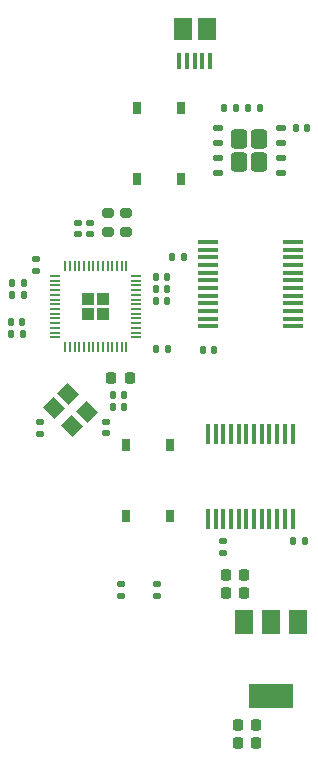
<source format=gbr>
%TF.GenerationSoftware,KiCad,Pcbnew,(6.0.4)*%
%TF.CreationDate,2022-04-15T08:31:30+02:00*%
%TF.ProjectId,rp2040_magslide_controller,72703230-3430-45f6-9d61-67736c696465,rev?*%
%TF.SameCoordinates,Original*%
%TF.FileFunction,Paste,Top*%
%TF.FilePolarity,Positive*%
%FSLAX46Y46*%
G04 Gerber Fmt 4.6, Leading zero omitted, Abs format (unit mm)*
G04 Created by KiCad (PCBNEW (6.0.4)) date 2022-04-15 08:31:30*
%MOMM*%
%LPD*%
G01*
G04 APERTURE LIST*
G04 Aperture macros list*
%AMRoundRect*
0 Rectangle with rounded corners*
0 $1 Rounding radius*
0 $2 $3 $4 $5 $6 $7 $8 $9 X,Y pos of 4 corners*
0 Add a 4 corners polygon primitive as box body*
4,1,4,$2,$3,$4,$5,$6,$7,$8,$9,$2,$3,0*
0 Add four circle primitives for the rounded corners*
1,1,$1+$1,$2,$3*
1,1,$1+$1,$4,$5*
1,1,$1+$1,$6,$7*
1,1,$1+$1,$8,$9*
0 Add four rect primitives between the rounded corners*
20,1,$1+$1,$2,$3,$4,$5,0*
20,1,$1+$1,$4,$5,$6,$7,0*
20,1,$1+$1,$6,$7,$8,$9,0*
20,1,$1+$1,$8,$9,$2,$3,0*%
%AMRotRect*
0 Rectangle, with rotation*
0 The origin of the aperture is its center*
0 $1 length*
0 $2 width*
0 $3 Rotation angle, in degrees counterclockwise*
0 Add horizontal line*
21,1,$1,$2,0,0,$3*%
G04 Aperture macros list end*
%ADD10RoundRect,0.140000X0.140000X0.170000X-0.140000X0.170000X-0.140000X-0.170000X0.140000X-0.170000X0*%
%ADD11RoundRect,0.225000X0.225000X0.250000X-0.225000X0.250000X-0.225000X-0.250000X0.225000X-0.250000X0*%
%ADD12RotRect,1.400000X1.200000X135.000000*%
%ADD13R,1.750000X0.450000*%
%ADD14RoundRect,0.140000X-0.140000X-0.170000X0.140000X-0.170000X0.140000X0.170000X-0.140000X0.170000X0*%
%ADD15RoundRect,0.250000X-0.435000X-0.555000X0.435000X-0.555000X0.435000X0.555000X-0.435000X0.555000X0*%
%ADD16RoundRect,0.125000X-0.262500X-0.125000X0.262500X-0.125000X0.262500X0.125000X-0.262500X0.125000X0*%
%ADD17R,0.450000X1.750000*%
%ADD18R,0.400000X1.350000*%
%ADD19R,1.500000X1.900000*%
%ADD20RoundRect,0.225000X-0.225000X-0.250000X0.225000X-0.250000X0.225000X0.250000X-0.225000X0.250000X0*%
%ADD21RoundRect,0.135000X0.185000X-0.135000X0.185000X0.135000X-0.185000X0.135000X-0.185000X-0.135000X0*%
%ADD22RoundRect,0.140000X0.170000X-0.140000X0.170000X0.140000X-0.170000X0.140000X-0.170000X-0.140000X0*%
%ADD23R,0.750000X1.000000*%
%ADD24RoundRect,0.135000X-0.135000X-0.185000X0.135000X-0.185000X0.135000X0.185000X-0.135000X0.185000X0*%
%ADD25RoundRect,0.200000X0.275000X-0.200000X0.275000X0.200000X-0.275000X0.200000X-0.275000X-0.200000X0*%
%ADD26RoundRect,0.250000X-0.292217X-0.292217X0.292217X-0.292217X0.292217X0.292217X-0.292217X0.292217X0*%
%ADD27RoundRect,0.050000X-0.387500X-0.050000X0.387500X-0.050000X0.387500X0.050000X-0.387500X0.050000X0*%
%ADD28RoundRect,0.050000X-0.050000X-0.387500X0.050000X-0.387500X0.050000X0.387500X-0.050000X0.387500X0*%
%ADD29RoundRect,0.135000X-0.185000X0.135000X-0.185000X-0.135000X0.185000X-0.135000X0.185000X0.135000X0*%
%ADD30RoundRect,0.135000X0.135000X0.185000X-0.135000X0.185000X-0.135000X-0.185000X0.135000X-0.185000X0*%
%ADD31R,1.500000X2.000000*%
%ADD32R,3.800000X2.000000*%
G04 APERTURE END LIST*
D10*
%TO.C,C14*%
X164586800Y-104269600D03*
X163626800Y-104269600D03*
%TD*%
D11*
%TO.C,C6*%
X184417000Y-138430000D03*
X182867000Y-138430000D03*
%TD*%
%TO.C,C2*%
X183401000Y-125730000D03*
X181851000Y-125730000D03*
%TD*%
%TO.C,C3*%
X183401000Y-127254000D03*
X181851000Y-127254000D03*
%TD*%
D12*
%TO.C,Y1*%
X170034858Y-111936777D03*
X168479223Y-110381142D03*
X167277142Y-111583223D03*
X168832777Y-113138858D03*
%TD*%
D13*
%TO.C,U5*%
X187496000Y-104667000D03*
X187496000Y-104017000D03*
X187496000Y-103367000D03*
X187496000Y-102717000D03*
X187496000Y-102067000D03*
X187496000Y-101417000D03*
X187496000Y-100767000D03*
X187496000Y-100117000D03*
X187496000Y-99467000D03*
X187496000Y-98817000D03*
X187496000Y-98167000D03*
X187496000Y-97517000D03*
X180296000Y-97517000D03*
X180296000Y-98167000D03*
X180296000Y-98817000D03*
X180296000Y-99467000D03*
X180296000Y-100117000D03*
X180296000Y-100767000D03*
X180296000Y-101417000D03*
X180296000Y-102067000D03*
X180296000Y-102717000D03*
X180296000Y-103367000D03*
X180296000Y-104017000D03*
X180296000Y-104667000D03*
%TD*%
D14*
%TO.C,C18*%
X179860000Y-106680000D03*
X180820000Y-106680000D03*
%TD*%
D15*
%TO.C,U1*%
X184647000Y-90789000D03*
X182947000Y-88789000D03*
X182947000Y-90789000D03*
X184647000Y-88789000D03*
D16*
X181134500Y-87884000D03*
X181134500Y-89154000D03*
X181134500Y-90424000D03*
X181134500Y-91694000D03*
X186459500Y-91694000D03*
X186459500Y-90424000D03*
X186459500Y-89154000D03*
X186459500Y-87884000D03*
%TD*%
D17*
%TO.C,U4*%
X187471000Y-113748000D03*
X186821000Y-113748000D03*
X186171000Y-113748000D03*
X185521000Y-113748000D03*
X184871000Y-113748000D03*
X184221000Y-113748000D03*
X183571000Y-113748000D03*
X182921000Y-113748000D03*
X182271000Y-113748000D03*
X181621000Y-113748000D03*
X180971000Y-113748000D03*
X180321000Y-113748000D03*
X180321000Y-120948000D03*
X180971000Y-120948000D03*
X181621000Y-120948000D03*
X182271000Y-120948000D03*
X182921000Y-120948000D03*
X183571000Y-120948000D03*
X184221000Y-120948000D03*
X184871000Y-120948000D03*
X185521000Y-120948000D03*
X186171000Y-120948000D03*
X186821000Y-120948000D03*
X187471000Y-120948000D03*
%TD*%
D18*
%TO.C,J1*%
X180497000Y-82183700D03*
X179847000Y-82183700D03*
X179197000Y-82183700D03*
X178547000Y-82183700D03*
X177897000Y-82183700D03*
D19*
X178197000Y-79483700D03*
X180197000Y-79483700D03*
%TD*%
D20*
%TO.C,C9*%
X172125000Y-109000000D03*
X173675000Y-109000000D03*
%TD*%
D21*
%TO.C,R1*%
X176022000Y-127477000D03*
X176022000Y-126457000D03*
%TD*%
D22*
%TO.C,C15*%
X169291000Y-96873000D03*
X169291000Y-95913000D03*
%TD*%
%TO.C,C4*%
X166116000Y-113764000D03*
X166116000Y-112804000D03*
%TD*%
D14*
%TO.C,C13*%
X175923000Y-102489000D03*
X176883000Y-102489000D03*
%TD*%
%TO.C,C20*%
X175923000Y-100457000D03*
X176883000Y-100457000D03*
%TD*%
D23*
%TO.C,SW1*%
X174299400Y-86172100D03*
X174299400Y-92172100D03*
X178049400Y-86172100D03*
X178049400Y-92172100D03*
%TD*%
D24*
%TO.C,R5*%
X163699000Y-101981000D03*
X164719000Y-101981000D03*
%TD*%
D14*
%TO.C,C8*%
X172240000Y-111455200D03*
X173200000Y-111455200D03*
%TD*%
D24*
%TO.C,R2*%
X181695000Y-86156800D03*
X182715000Y-86156800D03*
%TD*%
D10*
%TO.C,C17*%
X164614800Y-105285600D03*
X163654800Y-105285600D03*
%TD*%
D25*
%TO.C,R9*%
X173355000Y-96710000D03*
X173355000Y-95060000D03*
%TD*%
D24*
%TO.C,R4*%
X183727000Y-86145000D03*
X184747000Y-86145000D03*
%TD*%
D14*
%TO.C,C19*%
X187530800Y-122834400D03*
X188490800Y-122834400D03*
%TD*%
D26*
%TO.C,U3*%
X170177500Y-103634500D03*
X170177500Y-102359500D03*
X171452500Y-103634500D03*
X171452500Y-102359500D03*
D27*
X167377500Y-100397000D03*
X167377500Y-100797000D03*
X167377500Y-101197000D03*
X167377500Y-101597000D03*
X167377500Y-101997000D03*
X167377500Y-102397000D03*
X167377500Y-102797000D03*
X167377500Y-103197000D03*
X167377500Y-103597000D03*
X167377500Y-103997000D03*
X167377500Y-104397000D03*
X167377500Y-104797000D03*
X167377500Y-105197000D03*
X167377500Y-105597000D03*
D28*
X168215000Y-106434500D03*
X168615000Y-106434500D03*
X169015000Y-106434500D03*
X169415000Y-106434500D03*
X169815000Y-106434500D03*
X170215000Y-106434500D03*
X170615000Y-106434500D03*
X171015000Y-106434500D03*
X171415000Y-106434500D03*
X171815000Y-106434500D03*
X172215000Y-106434500D03*
X172615000Y-106434500D03*
X173015000Y-106434500D03*
X173415000Y-106434500D03*
D27*
X174252500Y-105597000D03*
X174252500Y-105197000D03*
X174252500Y-104797000D03*
X174252500Y-104397000D03*
X174252500Y-103997000D03*
X174252500Y-103597000D03*
X174252500Y-103197000D03*
X174252500Y-102797000D03*
X174252500Y-102397000D03*
X174252500Y-101997000D03*
X174252500Y-101597000D03*
X174252500Y-101197000D03*
X174252500Y-100797000D03*
X174252500Y-100397000D03*
D28*
X173415000Y-99559500D03*
X173015000Y-99559500D03*
X172615000Y-99559500D03*
X172215000Y-99559500D03*
X171815000Y-99559500D03*
X171415000Y-99559500D03*
X171015000Y-99559500D03*
X170615000Y-99559500D03*
X170215000Y-99559500D03*
X169815000Y-99559500D03*
X169415000Y-99559500D03*
X169015000Y-99559500D03*
X168615000Y-99559500D03*
X168215000Y-99559500D03*
%TD*%
D29*
%TO.C,R10*%
X181610000Y-122832400D03*
X181610000Y-123852400D03*
%TD*%
D24*
%TO.C,R6*%
X163699000Y-100965000D03*
X164719000Y-100965000D03*
%TD*%
D14*
%TO.C,C1*%
X187734000Y-87884000D03*
X188694000Y-87884000D03*
%TD*%
D25*
%TO.C,R8*%
X171831000Y-96710000D03*
X171831000Y-95060000D03*
%TD*%
D11*
%TO.C,C7*%
X184417000Y-139954000D03*
X182867000Y-139954000D03*
%TD*%
D14*
%TO.C,C10*%
X172240000Y-110439200D03*
X173200000Y-110439200D03*
%TD*%
D30*
%TO.C,R11*%
X178259200Y-98806000D03*
X177239200Y-98806000D03*
%TD*%
D31*
%TO.C,U2*%
X187974000Y-129692000D03*
X185674000Y-129692000D03*
D32*
X185674000Y-135992000D03*
D31*
X183374000Y-129692000D03*
%TD*%
D14*
%TO.C,C12*%
X175923000Y-101473000D03*
X176883000Y-101473000D03*
%TD*%
D22*
%TO.C,C11*%
X170307000Y-96873000D03*
X170307000Y-95913000D03*
%TD*%
D23*
%TO.C,SW2*%
X177084200Y-120685500D03*
X177084200Y-114685500D03*
X173334200Y-120685500D03*
X173334200Y-114685500D03*
%TD*%
D22*
%TO.C,C5*%
X171704000Y-113736000D03*
X171704000Y-112776000D03*
%TD*%
D21*
%TO.C,R3*%
X172974000Y-127477000D03*
X172974000Y-126457000D03*
%TD*%
D22*
%TO.C,C16*%
X165735000Y-99949000D03*
X165735000Y-98989000D03*
%TD*%
D30*
%TO.C,R7*%
X176913000Y-106553000D03*
X175893000Y-106553000D03*
%TD*%
M02*

</source>
